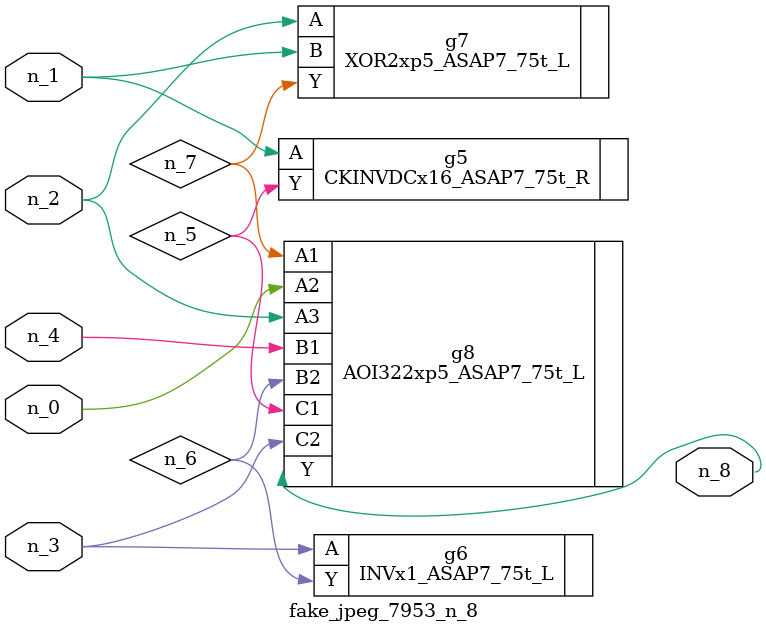
<source format=v>
module fake_jpeg_7953_n_8 (n_3, n_2, n_1, n_0, n_4, n_8);

input n_3;
input n_2;
input n_1;
input n_0;
input n_4;

output n_8;

wire n_6;
wire n_5;
wire n_7;

CKINVDCx16_ASAP7_75t_R g5 ( 
.A(n_1),
.Y(n_5)
);

INVx1_ASAP7_75t_L g6 ( 
.A(n_3),
.Y(n_6)
);

XOR2xp5_ASAP7_75t_L g7 ( 
.A(n_2),
.B(n_1),
.Y(n_7)
);

AOI322xp5_ASAP7_75t_L g8 ( 
.A1(n_7),
.A2(n_0),
.A3(n_2),
.B1(n_4),
.B2(n_6),
.C1(n_5),
.C2(n_3),
.Y(n_8)
);


endmodule
</source>
